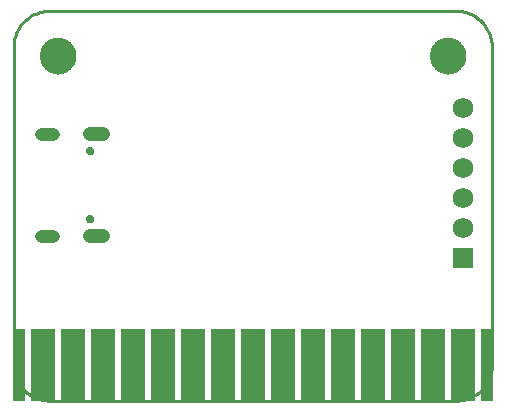
<source format=gbs>
G75*
G70*
%OFA0B0*%
%FSLAX24Y24*%
%IPPOS*%
%LPD*%
%AMOC8*
5,1,8,0,0,1.08239X$1,22.5*
%
%ADD10C,0.0100*%
%ADD11R,0.0827X0.2402*%
%ADD12R,0.0434X0.2402*%
%ADD13C,0.0000*%
%ADD14C,0.1221*%
%ADD15R,0.0690X0.0690*%
%ADD16C,0.0690*%
%ADD17C,0.0276*%
%ADD18C,0.0434*%
%ADD19C,0.0473*%
D10*
X001688Y000664D02*
X015232Y000664D01*
X015299Y000666D01*
X015366Y000672D01*
X015433Y000681D01*
X015499Y000694D01*
X015564Y000711D01*
X015628Y000731D01*
X015691Y000755D01*
X015753Y000783D01*
X015812Y000814D01*
X015870Y000848D01*
X015926Y000885D01*
X015980Y000926D01*
X016032Y000969D01*
X016081Y001015D01*
X016127Y001064D01*
X016170Y001116D01*
X016211Y001170D01*
X016248Y001226D01*
X016282Y001284D01*
X016313Y001343D01*
X016341Y001405D01*
X016365Y001468D01*
X016385Y001532D01*
X016402Y001597D01*
X016415Y001663D01*
X016424Y001730D01*
X016430Y001797D01*
X016432Y001864D01*
X016432Y012456D01*
X016430Y012523D01*
X016424Y012590D01*
X016415Y012657D01*
X016402Y012723D01*
X016385Y012788D01*
X016365Y012852D01*
X016341Y012915D01*
X016313Y012977D01*
X016282Y013036D01*
X016248Y013094D01*
X016211Y013150D01*
X016170Y013204D01*
X016127Y013256D01*
X016081Y013305D01*
X016032Y013351D01*
X015980Y013394D01*
X015926Y013435D01*
X015870Y013472D01*
X015812Y013506D01*
X015753Y013537D01*
X015691Y013565D01*
X015628Y013589D01*
X015564Y013609D01*
X015499Y013626D01*
X015433Y013639D01*
X015366Y013648D01*
X015299Y013654D01*
X015232Y013656D01*
X001688Y013656D01*
X001621Y013654D01*
X001554Y013648D01*
X001487Y013639D01*
X001421Y013626D01*
X001356Y013609D01*
X001292Y013589D01*
X001229Y013565D01*
X001167Y013537D01*
X001108Y013506D01*
X001050Y013472D01*
X000994Y013435D01*
X000940Y013394D01*
X000888Y013351D01*
X000839Y013305D01*
X000793Y013256D01*
X000750Y013204D01*
X000709Y013150D01*
X000672Y013094D01*
X000638Y013036D01*
X000607Y012977D01*
X000579Y012915D01*
X000555Y012852D01*
X000535Y012788D01*
X000518Y012723D01*
X000505Y012657D01*
X000496Y012590D01*
X000490Y012523D01*
X000488Y012456D01*
X000488Y001864D01*
X000490Y001797D01*
X000496Y001730D01*
X000505Y001663D01*
X000518Y001597D01*
X000535Y001532D01*
X000555Y001468D01*
X000579Y001405D01*
X000607Y001343D01*
X000638Y001284D01*
X000672Y001226D01*
X000709Y001170D01*
X000750Y001116D01*
X000793Y001064D01*
X000839Y001015D01*
X000888Y000969D01*
X000940Y000926D01*
X000994Y000885D01*
X001050Y000848D01*
X001108Y000814D01*
X001167Y000783D01*
X001229Y000755D01*
X001292Y000731D01*
X001356Y000711D01*
X001421Y000694D01*
X001487Y000681D01*
X001554Y000672D01*
X001621Y000666D01*
X001688Y000664D01*
D11*
X001460Y001848D03*
X002460Y001848D03*
X003460Y001848D03*
X004460Y001848D03*
X005460Y001848D03*
X006460Y001848D03*
X007460Y001848D03*
X008460Y001848D03*
X009460Y001848D03*
X010460Y001848D03*
X011460Y001848D03*
X012460Y001848D03*
X013460Y001848D03*
X014460Y001848D03*
X015460Y001848D03*
D12*
X016255Y001848D03*
X000665Y001848D03*
D13*
X002909Y006722D02*
X002911Y006743D01*
X002917Y006763D01*
X002926Y006783D01*
X002938Y006800D01*
X002953Y006814D01*
X002971Y006826D01*
X002991Y006834D01*
X003011Y006839D01*
X003032Y006840D01*
X003053Y006837D01*
X003073Y006831D01*
X003092Y006820D01*
X003109Y006807D01*
X003122Y006791D01*
X003133Y006773D01*
X003141Y006753D01*
X003145Y006733D01*
X003145Y006711D01*
X003141Y006691D01*
X003133Y006671D01*
X003122Y006653D01*
X003109Y006637D01*
X003092Y006624D01*
X003073Y006613D01*
X003053Y006607D01*
X003032Y006604D01*
X003011Y006605D01*
X002991Y006610D01*
X002971Y006618D01*
X002953Y006630D01*
X002938Y006644D01*
X002926Y006661D01*
X002917Y006681D01*
X002911Y006701D01*
X002909Y006722D01*
X002909Y008998D02*
X002911Y009019D01*
X002917Y009039D01*
X002926Y009059D01*
X002938Y009076D01*
X002953Y009090D01*
X002971Y009102D01*
X002991Y009110D01*
X003011Y009115D01*
X003032Y009116D01*
X003053Y009113D01*
X003073Y009107D01*
X003092Y009096D01*
X003109Y009083D01*
X003122Y009067D01*
X003133Y009049D01*
X003141Y009029D01*
X003145Y009009D01*
X003145Y008987D01*
X003141Y008967D01*
X003133Y008947D01*
X003122Y008929D01*
X003109Y008913D01*
X003092Y008900D01*
X003073Y008889D01*
X003053Y008883D01*
X003032Y008880D01*
X003011Y008881D01*
X002991Y008886D01*
X002971Y008894D01*
X002953Y008906D01*
X002938Y008920D01*
X002926Y008937D01*
X002917Y008957D01*
X002911Y008977D01*
X002909Y008998D01*
X001369Y012160D02*
X001371Y012208D01*
X001377Y012256D01*
X001387Y012303D01*
X001400Y012349D01*
X001418Y012394D01*
X001438Y012438D01*
X001463Y012480D01*
X001491Y012519D01*
X001521Y012556D01*
X001555Y012590D01*
X001592Y012622D01*
X001630Y012651D01*
X001671Y012676D01*
X001714Y012698D01*
X001759Y012716D01*
X001805Y012730D01*
X001852Y012741D01*
X001900Y012748D01*
X001948Y012751D01*
X001996Y012750D01*
X002044Y012745D01*
X002092Y012736D01*
X002138Y012724D01*
X002183Y012707D01*
X002227Y012687D01*
X002269Y012664D01*
X002309Y012637D01*
X002347Y012607D01*
X002382Y012574D01*
X002414Y012538D01*
X002444Y012500D01*
X002470Y012459D01*
X002492Y012416D01*
X002512Y012372D01*
X002527Y012327D01*
X002539Y012280D01*
X002547Y012232D01*
X002551Y012184D01*
X002551Y012136D01*
X002547Y012088D01*
X002539Y012040D01*
X002527Y011993D01*
X002512Y011948D01*
X002492Y011904D01*
X002470Y011861D01*
X002444Y011820D01*
X002414Y011782D01*
X002382Y011746D01*
X002347Y011713D01*
X002309Y011683D01*
X002269Y011656D01*
X002227Y011633D01*
X002183Y011613D01*
X002138Y011596D01*
X002092Y011584D01*
X002044Y011575D01*
X001996Y011570D01*
X001948Y011569D01*
X001900Y011572D01*
X001852Y011579D01*
X001805Y011590D01*
X001759Y011604D01*
X001714Y011622D01*
X001671Y011644D01*
X001630Y011669D01*
X001592Y011698D01*
X001555Y011730D01*
X001521Y011764D01*
X001491Y011801D01*
X001463Y011840D01*
X001438Y011882D01*
X001418Y011926D01*
X001400Y011971D01*
X001387Y012017D01*
X001377Y012064D01*
X001371Y012112D01*
X001369Y012160D01*
X014369Y012160D02*
X014371Y012208D01*
X014377Y012256D01*
X014387Y012303D01*
X014400Y012349D01*
X014418Y012394D01*
X014438Y012438D01*
X014463Y012480D01*
X014491Y012519D01*
X014521Y012556D01*
X014555Y012590D01*
X014592Y012622D01*
X014630Y012651D01*
X014671Y012676D01*
X014714Y012698D01*
X014759Y012716D01*
X014805Y012730D01*
X014852Y012741D01*
X014900Y012748D01*
X014948Y012751D01*
X014996Y012750D01*
X015044Y012745D01*
X015092Y012736D01*
X015138Y012724D01*
X015183Y012707D01*
X015227Y012687D01*
X015269Y012664D01*
X015309Y012637D01*
X015347Y012607D01*
X015382Y012574D01*
X015414Y012538D01*
X015444Y012500D01*
X015470Y012459D01*
X015492Y012416D01*
X015512Y012372D01*
X015527Y012327D01*
X015539Y012280D01*
X015547Y012232D01*
X015551Y012184D01*
X015551Y012136D01*
X015547Y012088D01*
X015539Y012040D01*
X015527Y011993D01*
X015512Y011948D01*
X015492Y011904D01*
X015470Y011861D01*
X015444Y011820D01*
X015414Y011782D01*
X015382Y011746D01*
X015347Y011713D01*
X015309Y011683D01*
X015269Y011656D01*
X015227Y011633D01*
X015183Y011613D01*
X015138Y011596D01*
X015092Y011584D01*
X015044Y011575D01*
X014996Y011570D01*
X014948Y011569D01*
X014900Y011572D01*
X014852Y011579D01*
X014805Y011590D01*
X014759Y011604D01*
X014714Y011622D01*
X014671Y011644D01*
X014630Y011669D01*
X014592Y011698D01*
X014555Y011730D01*
X014521Y011764D01*
X014491Y011801D01*
X014463Y011840D01*
X014438Y011882D01*
X014418Y011926D01*
X014400Y011971D01*
X014387Y012017D01*
X014377Y012064D01*
X014371Y012112D01*
X014369Y012160D01*
D14*
X014960Y012160D03*
X001960Y012160D03*
D15*
X015460Y005410D03*
D16*
X015460Y006410D03*
X015460Y007410D03*
X015460Y008410D03*
X015460Y009410D03*
X015460Y010410D03*
D17*
X003027Y008998D03*
X003027Y006722D03*
D18*
X001787Y006167D02*
X001393Y006167D01*
X001393Y009553D02*
X001787Y009553D01*
D19*
X003027Y009553D02*
X003460Y009553D01*
X003460Y006167D02*
X003027Y006167D01*
M02*

</source>
